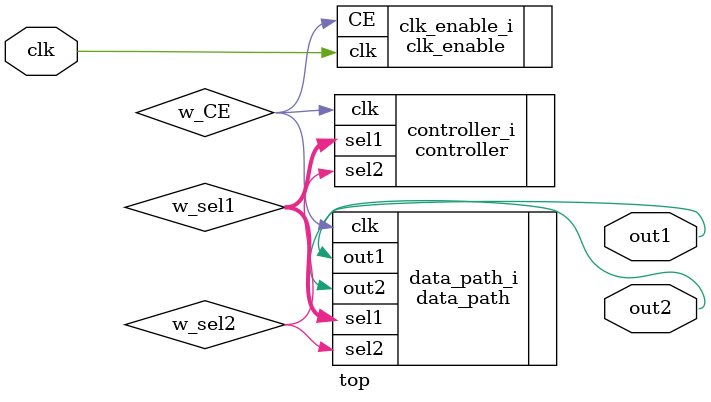
<source format=v>
module top(
	input clk,
	output out1,
	output out2
	);
	
	wire [5:0] w_sel1;
	wire w_sel2;
    wire w_CE;
	
	data_path data_path_i(
        .clk(w_CE),
		.sel1(w_sel1),
		.sel2(w_sel2),
		.out1(out1),
		.out2(out2)
		);
		
	controller controller_i(
        .clk(w_CE),
		.sel1(w_sel1),
		.sel2(w_sel2)
		);
  
   clk_enable clk_enable_i(
     .clk(clk),
     .CE(w_CE)
   );
endmodule
</source>
